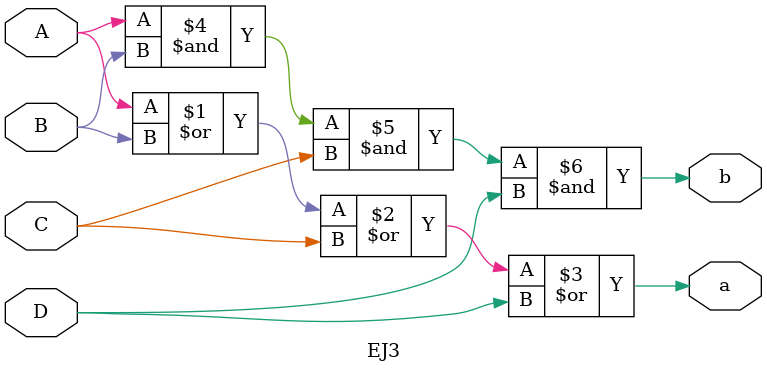
<source format=v>
module EJ3(
     input wire A,B,C,D,
     output wire a,b
    );


    assign a = (A | B | C | D);
    assign b = (A & B & C & D);


endmodule

</source>
